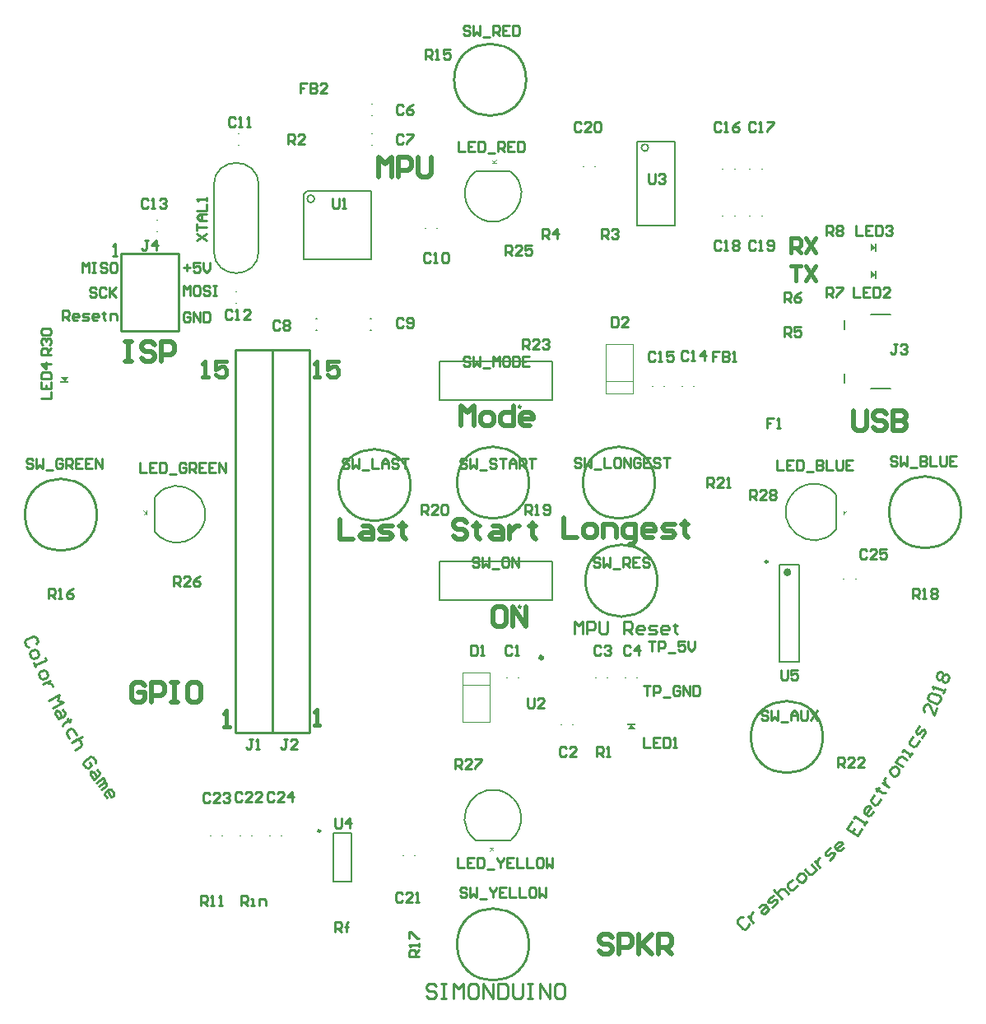
<source format=gto>
G04 Layer_Color=15132400*
%FSAX24Y24*%
%MOIN*%
G70*
G01*
G75*
%ADD29C,0.0100*%
%ADD30C,0.0200*%
%ADD31C,0.0150*%
%ADD44C,0.0080*%
%ADD45C,0.0079*%
%ADD46C,0.0098*%
%ADD47C,0.0157*%
%ADD48C,0.0060*%
%ADD49C,0.0039*%
%ADD50R,0.0080X0.0355*%
%ADD51R,0.0355X0.0080*%
G36*
X068792Y014375D02*
X068697D01*
X068792Y014279D01*
Y014245D01*
X068714Y014325D01*
X068600Y014241D01*
Y014275D01*
X068697Y014343D01*
X068667Y014375D01*
X068600D01*
Y014400D01*
X068792D01*
Y014375D01*
D02*
G37*
G36*
X068900Y042225D02*
X068803Y042157D01*
X068833Y042126D01*
X068900D01*
Y042100D01*
X068708D01*
Y042126D01*
X068803D01*
X068708Y042221D01*
Y042256D01*
X068786Y042175D01*
X068900Y042259D01*
Y042225D01*
D02*
G37*
G36*
X054750Y027858D02*
X054724D01*
Y027953D01*
X054629Y027858D01*
X054594D01*
X054675Y027936D01*
X054591Y028050D01*
X054625D01*
X054693Y027953D01*
X054724Y027984D01*
Y028050D01*
X054750D01*
Y027858D01*
D02*
G37*
G36*
X083025Y027964D02*
X083109Y027850D01*
X083075D01*
X083007Y027947D01*
X082976Y027917D01*
Y027850D01*
X082950D01*
Y028042D01*
X082976D01*
Y027947D01*
X083071Y028042D01*
X083105D01*
X083025Y027964D01*
D02*
G37*
G36*
X084247Y037600D02*
X084047Y037450D01*
Y037750D01*
X084247Y037600D01*
D02*
G37*
G36*
Y038700D02*
X084047Y038550D01*
Y038850D01*
X084247Y038700D01*
D02*
G37*
G36*
X074500Y019197D02*
X074200D01*
X074350Y019397D01*
X074500Y019197D01*
D02*
G37*
G36*
X051400Y033253D02*
X051250Y033453D01*
X051550D01*
X051400Y033253D01*
D02*
G37*
D29*
X070091Y045500D02*
G03*
X070091Y045500I-001457J000000D01*
G01*
X052707Y027884D02*
G03*
X052707Y027884I-001457J000000D01*
G01*
X087707Y027984D02*
G03*
X087707Y027984I-001457J000000D01*
G01*
X070207Y010484D02*
G03*
X070207Y010484I-001457J000000D01*
G01*
X075407Y025216D02*
G03*
X075407Y025216I-001457J000000D01*
G01*
X065407Y029084D02*
G03*
X065407Y029084I-001457J000000D01*
G01*
X070207Y029184D02*
G03*
X070207Y029184I-001457J000000D01*
G01*
X075307D02*
G03*
X075307Y029184I-001457J000000D01*
G01*
X082107Y018884D02*
G03*
X082107Y018884I-001457J000000D01*
G01*
X053669Y035325D02*
X056031D01*
Y038475D01*
X053669D02*
X056031D01*
X053669Y035325D02*
Y038475D01*
X058300Y019050D02*
Y034550D01*
X059800D01*
Y019050D02*
Y034550D01*
X058300Y019050D02*
X059800D01*
Y034550D01*
X061300D01*
Y019050D02*
Y034550D01*
X059800Y019050D02*
X061300D01*
X069517Y022533D02*
X069450Y022600D01*
X069317D01*
X069250Y022533D01*
Y022267D01*
X069317Y022200D01*
X069450D01*
X069517Y022267D01*
X069650Y022200D02*
X069783D01*
X069717D01*
Y022600D01*
X069650Y022533D01*
X071717Y018433D02*
X071650Y018500D01*
X071517D01*
X071450Y018433D01*
Y018167D01*
X071517Y018100D01*
X071650D01*
X071717Y018167D01*
X072116Y018100D02*
X071850D01*
X072116Y018367D01*
Y018433D01*
X072050Y018500D01*
X071917D01*
X071850Y018433D01*
X073117Y022533D02*
X073050Y022600D01*
X072917D01*
X072850Y022533D01*
Y022267D01*
X072917Y022200D01*
X073050D01*
X073117Y022267D01*
X073250Y022533D02*
X073317Y022600D01*
X073450D01*
X073516Y022533D01*
Y022467D01*
X073450Y022400D01*
X073383D01*
X073450D01*
X073516Y022333D01*
Y022267D01*
X073450Y022200D01*
X073317D01*
X073250Y022267D01*
X074317Y022533D02*
X074250Y022600D01*
X074117D01*
X074050Y022533D01*
Y022267D01*
X074117Y022200D01*
X074250D01*
X074317Y022267D01*
X074650Y022200D02*
Y022600D01*
X074450Y022400D01*
X074716D01*
X065117Y044433D02*
X065050Y044500D01*
X064917D01*
X064850Y044433D01*
Y044167D01*
X064917Y044100D01*
X065050D01*
X065117Y044167D01*
X065516Y044500D02*
X065383Y044433D01*
X065250Y044300D01*
Y044167D01*
X065317Y044100D01*
X065450D01*
X065516Y044167D01*
Y044233D01*
X065450Y044300D01*
X065250D01*
X065117Y043233D02*
X065050Y043300D01*
X064917D01*
X064850Y043233D01*
Y042967D01*
X064917Y042900D01*
X065050D01*
X065117Y042967D01*
X065250Y043300D02*
X065516D01*
Y043233D01*
X065250Y042967D01*
Y042900D01*
X060117Y035683D02*
X060050Y035750D01*
X059917D01*
X059850Y035683D01*
Y035417D01*
X059917Y035350D01*
X060050D01*
X060117Y035417D01*
X060250Y035683D02*
X060317Y035750D01*
X060450D01*
X060516Y035683D01*
Y035617D01*
X060450Y035550D01*
X060516Y035483D01*
Y035417D01*
X060450Y035350D01*
X060317D01*
X060250Y035417D01*
Y035483D01*
X060317Y035550D01*
X060250Y035617D01*
Y035683D01*
X060317Y035550D02*
X060450D01*
X065117Y035783D02*
X065050Y035850D01*
X064917D01*
X064850Y035783D01*
Y035517D01*
X064917Y035450D01*
X065050D01*
X065117Y035517D01*
X065250D02*
X065317Y035450D01*
X065450D01*
X065516Y035517D01*
Y035783D01*
X065450Y035850D01*
X065317D01*
X065250Y035783D01*
Y035717D01*
X065317Y035650D01*
X065516D01*
X066217Y038433D02*
X066150Y038500D01*
X066017D01*
X065950Y038433D01*
Y038167D01*
X066017Y038100D01*
X066150D01*
X066217Y038167D01*
X066350Y038100D02*
X066483D01*
X066417D01*
Y038500D01*
X066350Y038433D01*
X066683D02*
X066750Y038500D01*
X066883D01*
X066950Y038433D01*
Y038167D01*
X066883Y038100D01*
X066750D01*
X066683Y038167D01*
Y038433D01*
X058317Y043933D02*
X058250Y044000D01*
X058117D01*
X058050Y043933D01*
Y043667D01*
X058117Y043600D01*
X058250D01*
X058317Y043667D01*
X058450Y043600D02*
X058583D01*
X058517D01*
Y044000D01*
X058450Y043933D01*
X058783Y043600D02*
X058916D01*
X058850D01*
Y044000D01*
X058783Y043933D01*
X058167Y036133D02*
X058100Y036200D01*
X057967D01*
X057900Y036133D01*
Y035867D01*
X057967Y035800D01*
X058100D01*
X058167Y035867D01*
X058300Y035800D02*
X058433D01*
X058367D01*
Y036200D01*
X058300Y036133D01*
X058900Y035800D02*
X058633D01*
X058900Y036067D01*
Y036133D01*
X058833Y036200D01*
X058700D01*
X058633Y036133D01*
X054797Y040613D02*
X054730Y040680D01*
X054597D01*
X054530Y040613D01*
Y040347D01*
X054597Y040280D01*
X054730D01*
X054797Y040347D01*
X054930Y040280D02*
X055063D01*
X054997D01*
Y040680D01*
X054930Y040613D01*
X055263D02*
X055330Y040680D01*
X055463D01*
X055530Y040613D01*
Y040547D01*
X055463Y040480D01*
X055396D01*
X055463D01*
X055530Y040413D01*
Y040347D01*
X055463Y040280D01*
X055330D01*
X055263Y040347D01*
X076637Y034453D02*
X076570Y034520D01*
X076437D01*
X076370Y034453D01*
Y034187D01*
X076437Y034120D01*
X076570D01*
X076637Y034187D01*
X076770Y034120D02*
X076903D01*
X076837D01*
Y034520D01*
X076770Y034453D01*
X077303Y034120D02*
Y034520D01*
X077103Y034320D01*
X077370D01*
X075317Y034433D02*
X075250Y034500D01*
X075117D01*
X075050Y034433D01*
Y034167D01*
X075117Y034100D01*
X075250D01*
X075317Y034167D01*
X075450Y034100D02*
X075583D01*
X075517D01*
Y034500D01*
X075450Y034433D01*
X076050Y034500D02*
X075783D01*
Y034300D01*
X075916Y034367D01*
X075983D01*
X076050Y034300D01*
Y034167D01*
X075983Y034100D01*
X075850D01*
X075783Y034167D01*
X077967Y043733D02*
X077900Y043800D01*
X077767D01*
X077700Y043733D01*
Y043467D01*
X077767Y043400D01*
X077900D01*
X077967Y043467D01*
X078100Y043400D02*
X078233D01*
X078167D01*
Y043800D01*
X078100Y043733D01*
X078700Y043800D02*
X078566Y043733D01*
X078433Y043600D01*
Y043467D01*
X078500Y043400D01*
X078633D01*
X078700Y043467D01*
Y043533D01*
X078633Y043600D01*
X078433D01*
X079367Y043733D02*
X079300Y043800D01*
X079167D01*
X079100Y043733D01*
Y043467D01*
X079167Y043400D01*
X079300D01*
X079367Y043467D01*
X079500Y043400D02*
X079633D01*
X079567D01*
Y043800D01*
X079500Y043733D01*
X079833Y043800D02*
X080100D01*
Y043733D01*
X079833Y043467D01*
Y043400D01*
X077967Y038933D02*
X077900Y039000D01*
X077767D01*
X077700Y038933D01*
Y038667D01*
X077767Y038600D01*
X077900D01*
X077967Y038667D01*
X078100Y038600D02*
X078233D01*
X078167D01*
Y039000D01*
X078100Y038933D01*
X078433D02*
X078500Y039000D01*
X078633D01*
X078700Y038933D01*
Y038867D01*
X078633Y038800D01*
X078700Y038733D01*
Y038667D01*
X078633Y038600D01*
X078500D01*
X078433Y038667D01*
Y038733D01*
X078500Y038800D01*
X078433Y038867D01*
Y038933D01*
X078500Y038800D02*
X078633D01*
X079367Y038933D02*
X079300Y039000D01*
X079167D01*
X079100Y038933D01*
Y038667D01*
X079167Y038600D01*
X079300D01*
X079367Y038667D01*
X079500Y038600D02*
X079633D01*
X079567D01*
Y039000D01*
X079500Y038933D01*
X079833Y038667D02*
X079900Y038600D01*
X080033D01*
X080100Y038667D01*
Y038933D01*
X080033Y039000D01*
X079900D01*
X079833Y038933D01*
Y038867D01*
X079900Y038800D01*
X080100D01*
X072317Y043733D02*
X072250Y043800D01*
X072117D01*
X072050Y043733D01*
Y043467D01*
X072117Y043400D01*
X072250D01*
X072317Y043467D01*
X072716Y043400D02*
X072450D01*
X072716Y043667D01*
Y043733D01*
X072650Y043800D01*
X072517D01*
X072450Y043733D01*
X072850D02*
X072916Y043800D01*
X073050D01*
X073116Y043733D01*
Y043467D01*
X073050Y043400D01*
X072916D01*
X072850Y043467D01*
Y043733D01*
X065067Y012533D02*
X065000Y012600D01*
X064867D01*
X064800Y012533D01*
Y012267D01*
X064867Y012200D01*
X065000D01*
X065067Y012267D01*
X065466Y012200D02*
X065200D01*
X065466Y012467D01*
Y012533D01*
X065400Y012600D01*
X065267D01*
X065200Y012533D01*
X065600Y012200D02*
X065733D01*
X065666D01*
Y012600D01*
X065600Y012533D01*
X058567Y016583D02*
X058500Y016650D01*
X058367D01*
X058300Y016583D01*
Y016317D01*
X058367Y016250D01*
X058500D01*
X058567Y016317D01*
X058966Y016250D02*
X058700D01*
X058966Y016517D01*
Y016583D01*
X058900Y016650D01*
X058767D01*
X058700Y016583D01*
X059366Y016250D02*
X059100D01*
X059366Y016517D01*
Y016583D01*
X059300Y016650D01*
X059166D01*
X059100Y016583D01*
X057267Y016573D02*
X057200Y016640D01*
X057067D01*
X057000Y016573D01*
Y016307D01*
X057067Y016240D01*
X057200D01*
X057267Y016307D01*
X057666Y016240D02*
X057400D01*
X057666Y016507D01*
Y016573D01*
X057600Y016640D01*
X057467D01*
X057400Y016573D01*
X057800D02*
X057866Y016640D01*
X058000D01*
X058066Y016573D01*
Y016507D01*
X058000Y016440D01*
X057933D01*
X058000D01*
X058066Y016373D01*
Y016307D01*
X058000Y016240D01*
X057866D01*
X057800Y016307D01*
X059867Y016583D02*
X059800Y016650D01*
X059667D01*
X059600Y016583D01*
Y016317D01*
X059667Y016250D01*
X059800D01*
X059867Y016317D01*
X060266Y016250D02*
X060000D01*
X060266Y016517D01*
Y016583D01*
X060200Y016650D01*
X060067D01*
X060000Y016583D01*
X060600Y016250D02*
Y016650D01*
X060400Y016450D01*
X060666D01*
X083867Y026433D02*
X083800Y026500D01*
X083667D01*
X083600Y026433D01*
Y026167D01*
X083667Y026100D01*
X083800D01*
X083867Y026167D01*
X084266Y026100D02*
X084000D01*
X084266Y026367D01*
Y026433D01*
X084200Y026500D01*
X084067D01*
X084000Y026433D01*
X084666Y026500D02*
X084400D01*
Y026300D01*
X084533Y026367D01*
X084600D01*
X084666Y026300D01*
Y026167D01*
X084600Y026100D01*
X084466D01*
X084400Y026167D01*
X067850Y022600D02*
Y022200D01*
X068050D01*
X068117Y022267D01*
Y022533D01*
X068050Y022600D01*
X067850D01*
X068250Y022200D02*
X068383D01*
X068317D01*
Y022600D01*
X068250Y022533D01*
X073550Y035900D02*
Y035500D01*
X073750D01*
X073817Y035567D01*
Y035833D01*
X073750Y035900D01*
X073550D01*
X074216Y035500D02*
X073950D01*
X074216Y035767D01*
Y035833D01*
X074150Y035900D01*
X074017D01*
X073950Y035833D01*
X080117Y031800D02*
X079850D01*
Y031600D01*
X079983D01*
X079850D01*
Y031400D01*
X080250D02*
X080383D01*
X080317D01*
Y031800D01*
X080250Y031733D01*
X077917Y034500D02*
X077650D01*
Y034300D01*
X077783D01*
X077650D01*
Y034100D01*
X078050Y034500D02*
Y034100D01*
X078250D01*
X078316Y034167D01*
Y034233D01*
X078250Y034300D01*
X078050D01*
X078250D01*
X078316Y034367D01*
Y034433D01*
X078250Y034500D01*
X078050D01*
X078450Y034100D02*
X078583D01*
X078516D01*
Y034500D01*
X078450Y034433D01*
X061217Y045350D02*
X060950D01*
Y045150D01*
X061083D01*
X060950D01*
Y044950D01*
X061350Y045350D02*
Y044950D01*
X061550D01*
X061616Y045017D01*
Y045083D01*
X061550Y045150D01*
X061350D01*
X061550D01*
X061616Y045217D01*
Y045283D01*
X061550Y045350D01*
X061350D01*
X062016Y044950D02*
X061750D01*
X062016Y045217D01*
Y045283D01*
X061950Y045350D01*
X061816D01*
X061750Y045283D01*
X059017Y018800D02*
X058883D01*
X058950D01*
Y018467D01*
X058883Y018400D01*
X058817D01*
X058750Y018467D01*
X059150Y018400D02*
X059283D01*
X059217D01*
Y018800D01*
X059150Y018733D01*
X060417Y018800D02*
X060283D01*
X060350D01*
Y018467D01*
X060283Y018400D01*
X060217D01*
X060150Y018467D01*
X060816Y018400D02*
X060550D01*
X060816Y018667D01*
Y018733D01*
X060750Y018800D01*
X060617D01*
X060550Y018733D01*
X085117Y034800D02*
X084983D01*
X085050D01*
Y034467D01*
X084983Y034400D01*
X084917D01*
X084850Y034467D01*
X085250Y034733D02*
X085317Y034800D01*
X085450D01*
X085516Y034733D01*
Y034667D01*
X085450Y034600D01*
X085383D01*
X085450D01*
X085516Y034533D01*
Y034467D01*
X085450Y034400D01*
X085317D01*
X085250Y034467D01*
X054767Y039000D02*
X054633D01*
X054700D01*
Y038667D01*
X054633Y038600D01*
X054567D01*
X054500Y038667D01*
X055100Y038600D02*
Y039000D01*
X054900Y038800D01*
X055166D01*
X074850Y018850D02*
Y018450D01*
X075117D01*
X075516Y018850D02*
X075250D01*
Y018450D01*
X075516D01*
X075250Y018650D02*
X075383D01*
X075650Y018850D02*
Y018450D01*
X075850D01*
X075916Y018517D01*
Y018783D01*
X075850Y018850D01*
X075650D01*
X076050Y018450D02*
X076183D01*
X076116D01*
Y018850D01*
X076050Y018783D01*
X083350Y037100D02*
Y036700D01*
X083617D01*
X084016Y037100D02*
X083750D01*
Y036700D01*
X084016D01*
X083750Y036900D02*
X083883D01*
X084150Y037100D02*
Y036700D01*
X084350D01*
X084416Y036767D01*
Y037033D01*
X084350Y037100D01*
X084150D01*
X084816Y036700D02*
X084550D01*
X084816Y036967D01*
Y037033D01*
X084750Y037100D01*
X084616D01*
X084550Y037033D01*
X083450Y039600D02*
Y039200D01*
X083717D01*
X084116Y039600D02*
X083850D01*
Y039200D01*
X084116D01*
X083850Y039400D02*
X083983D01*
X084250Y039600D02*
Y039200D01*
X084450D01*
X084516Y039267D01*
Y039533D01*
X084450Y039600D01*
X084250D01*
X084650Y039533D02*
X084716Y039600D01*
X084850D01*
X084916Y039533D01*
Y039467D01*
X084850Y039400D01*
X084783D01*
X084850D01*
X084916Y039333D01*
Y039267D01*
X084850Y039200D01*
X084716D01*
X084650Y039267D01*
X080250Y030100D02*
Y029700D01*
X080517D01*
X080916Y030100D02*
X080650D01*
Y029700D01*
X080916D01*
X080650Y029900D02*
X080783D01*
X081050Y030100D02*
Y029700D01*
X081250D01*
X081316Y029767D01*
Y030033D01*
X081250Y030100D01*
X081050D01*
X081450Y029633D02*
X081716D01*
X081849Y030100D02*
Y029700D01*
X082049D01*
X082116Y029767D01*
Y029833D01*
X082049Y029900D01*
X081849D01*
X082049D01*
X082116Y029967D01*
Y030033D01*
X082049Y030100D01*
X081849D01*
X082249D02*
Y029700D01*
X082516D01*
X082649Y030100D02*
Y029767D01*
X082716Y029700D01*
X082849D01*
X082916Y029767D01*
Y030100D01*
X083316D02*
X083049D01*
Y029700D01*
X083316D01*
X083049Y029900D02*
X083182D01*
X054450Y030000D02*
Y029600D01*
X054717D01*
X055116Y030000D02*
X054850D01*
Y029600D01*
X055116D01*
X054850Y029800D02*
X054983D01*
X055250Y030000D02*
Y029600D01*
X055450D01*
X055516Y029667D01*
Y029933D01*
X055450Y030000D01*
X055250D01*
X055650Y029533D02*
X055916D01*
X056316Y029933D02*
X056249Y030000D01*
X056116D01*
X056049Y029933D01*
Y029667D01*
X056116Y029600D01*
X056249D01*
X056316Y029667D01*
Y029800D01*
X056183D01*
X056449Y029600D02*
Y030000D01*
X056649D01*
X056716Y029933D01*
Y029800D01*
X056649Y029733D01*
X056449D01*
X056583D02*
X056716Y029600D01*
X057116Y030000D02*
X056849D01*
Y029600D01*
X057116D01*
X056849Y029800D02*
X056983D01*
X057516Y030000D02*
X057249D01*
Y029600D01*
X057516D01*
X057249Y029800D02*
X057382D01*
X057649Y029600D02*
Y030000D01*
X057916Y029600D01*
Y030000D01*
X067350Y043000D02*
Y042600D01*
X067617D01*
X068016Y043000D02*
X067750D01*
Y042600D01*
X068016D01*
X067750Y042800D02*
X067883D01*
X068150Y043000D02*
Y042600D01*
X068350D01*
X068416Y042667D01*
Y042933D01*
X068350Y043000D01*
X068150D01*
X068550Y042533D02*
X068816D01*
X068949Y042600D02*
Y043000D01*
X069149D01*
X069216Y042933D01*
Y042800D01*
X069149Y042733D01*
X068949D01*
X069083D02*
X069216Y042600D01*
X069616Y043000D02*
X069349D01*
Y042600D01*
X069616D01*
X069349Y042800D02*
X069483D01*
X069749Y043000D02*
Y042600D01*
X069949D01*
X070016Y042667D01*
Y042933D01*
X069949Y043000D01*
X069749D01*
X067300Y014000D02*
Y013600D01*
X067567D01*
X067966Y014000D02*
X067700D01*
Y013600D01*
X067966D01*
X067700Y013800D02*
X067833D01*
X068100Y014000D02*
Y013600D01*
X068300D01*
X068366Y013667D01*
Y013933D01*
X068300Y014000D01*
X068100D01*
X068500Y013533D02*
X068766D01*
X068899Y014000D02*
Y013933D01*
X069033Y013800D01*
X069166Y013933D01*
Y014000D01*
X069033Y013800D02*
Y013600D01*
X069566Y014000D02*
X069299D01*
Y013600D01*
X069566D01*
X069299Y013800D02*
X069433D01*
X069699Y014000D02*
Y013600D01*
X069966D01*
X070099Y014000D02*
Y013600D01*
X070366D01*
X070699Y014000D02*
X070566D01*
X070499Y013933D01*
Y013667D01*
X070566Y013600D01*
X070699D01*
X070766Y013667D01*
Y013933D01*
X070699Y014000D01*
X070899D02*
Y013600D01*
X071032Y013733D01*
X071165Y013600D01*
Y014000D01*
X072950Y018100D02*
Y018500D01*
X073150D01*
X073217Y018433D01*
Y018300D01*
X073150Y018233D01*
X072950D01*
X073083D02*
X073217Y018100D01*
X073350D02*
X073483D01*
X073417D01*
Y018500D01*
X073350Y018433D01*
X060450Y042900D02*
Y043300D01*
X060650D01*
X060717Y043233D01*
Y043100D01*
X060650Y043033D01*
X060450D01*
X060583D02*
X060717Y042900D01*
X061116D02*
X060850D01*
X061116Y043167D01*
Y043233D01*
X061050Y043300D01*
X060917D01*
X060850Y043233D01*
X073150Y039050D02*
Y039450D01*
X073350D01*
X073417Y039383D01*
Y039250D01*
X073350Y039183D01*
X073150D01*
X073283D02*
X073417Y039050D01*
X073550Y039383D02*
X073617Y039450D01*
X073750D01*
X073816Y039383D01*
Y039317D01*
X073750Y039250D01*
X073683D01*
X073750D01*
X073816Y039183D01*
Y039117D01*
X073750Y039050D01*
X073617D01*
X073550Y039117D01*
X070750Y039050D02*
Y039450D01*
X070950D01*
X071017Y039383D01*
Y039250D01*
X070950Y039183D01*
X070750D01*
X070883D02*
X071017Y039050D01*
X071350D02*
Y039450D01*
X071150Y039250D01*
X071416D01*
X080550Y035100D02*
Y035500D01*
X080750D01*
X080817Y035433D01*
Y035300D01*
X080750Y035233D01*
X080550D01*
X080683D02*
X080817Y035100D01*
X081216Y035500D02*
X080950D01*
Y035300D01*
X081083Y035367D01*
X081150D01*
X081216Y035300D01*
Y035167D01*
X081150Y035100D01*
X081017D01*
X080950Y035167D01*
X080550Y036500D02*
Y036900D01*
X080750D01*
X080817Y036833D01*
Y036700D01*
X080750Y036633D01*
X080550D01*
X080683D02*
X080817Y036500D01*
X081216Y036900D02*
X081083Y036833D01*
X080950Y036700D01*
Y036567D01*
X081017Y036500D01*
X081150D01*
X081216Y036567D01*
Y036633D01*
X081150Y036700D01*
X080950D01*
X082250Y036700D02*
Y037100D01*
X082450D01*
X082517Y037033D01*
Y036900D01*
X082450Y036833D01*
X082250D01*
X082383D02*
X082517Y036700D01*
X082650Y037100D02*
X082916D01*
Y037033D01*
X082650Y036767D01*
Y036700D01*
X082250Y039200D02*
Y039600D01*
X082450D01*
X082517Y039533D01*
Y039400D01*
X082450Y039333D01*
X082250D01*
X082383D02*
X082517Y039200D01*
X082650Y039533D02*
X082717Y039600D01*
X082850D01*
X082916Y039533D01*
Y039467D01*
X082850Y039400D01*
X082916Y039333D01*
Y039267D01*
X082850Y039200D01*
X082717D01*
X082650Y039267D01*
Y039333D01*
X082717Y039400D01*
X082650Y039467D01*
Y039533D01*
X082717Y039400D02*
X082850D01*
X056900Y012050D02*
Y012450D01*
X057100D01*
X057167Y012383D01*
Y012250D01*
X057100Y012183D01*
X056900D01*
X057033D02*
X057167Y012050D01*
X057300D02*
X057433D01*
X057367D01*
Y012450D01*
X057300Y012383D01*
X057633Y012050D02*
X057766D01*
X057700D01*
Y012450D01*
X057633Y012383D01*
X066010Y046340D02*
Y046740D01*
X066210D01*
X066277Y046673D01*
Y046540D01*
X066210Y046473D01*
X066010D01*
X066143D02*
X066277Y046340D01*
X066410D02*
X066543D01*
X066477D01*
Y046740D01*
X066410Y046673D01*
X067010Y046740D02*
X066743D01*
Y046540D01*
X066876Y046607D01*
X066943D01*
X067010Y046540D01*
Y046407D01*
X066943Y046340D01*
X066810D01*
X066743Y046407D01*
X050750Y024500D02*
Y024900D01*
X050950D01*
X051017Y024833D01*
Y024700D01*
X050950Y024633D01*
X050750D01*
X050883D02*
X051017Y024500D01*
X051150D02*
X051283D01*
X051217D01*
Y024900D01*
X051150Y024833D01*
X051750Y024900D02*
X051616Y024833D01*
X051483Y024700D01*
Y024567D01*
X051550Y024500D01*
X051683D01*
X051750Y024567D01*
Y024633D01*
X051683Y024700D01*
X051483D01*
X065750Y010000D02*
X065350D01*
Y010200D01*
X065417Y010267D01*
X065550D01*
X065617Y010200D01*
Y010000D01*
Y010133D02*
X065750Y010267D01*
Y010400D02*
Y010533D01*
Y010467D01*
X065350D01*
X065417Y010400D01*
X065350Y010733D02*
Y011000D01*
X065417D01*
X065683Y010733D01*
X065750D01*
X085750Y024500D02*
Y024900D01*
X085950D01*
X086017Y024833D01*
Y024700D01*
X085950Y024633D01*
X085750D01*
X085883D02*
X086017Y024500D01*
X086150D02*
X086283D01*
X086217D01*
Y024900D01*
X086150Y024833D01*
X086483D02*
X086550Y024900D01*
X086683D01*
X086750Y024833D01*
Y024767D01*
X086683Y024700D01*
X086750Y024633D01*
Y024567D01*
X086683Y024500D01*
X086550D01*
X086483Y024567D01*
Y024633D01*
X086550Y024700D01*
X086483Y024767D01*
Y024833D01*
X086550Y024700D02*
X086683D01*
X070050Y027900D02*
Y028300D01*
X070250D01*
X070317Y028233D01*
Y028100D01*
X070250Y028033D01*
X070050D01*
X070183D02*
X070317Y027900D01*
X070450D02*
X070583D01*
X070517D01*
Y028300D01*
X070450Y028233D01*
X070783Y027967D02*
X070850Y027900D01*
X070983D01*
X071050Y027967D01*
Y028233D01*
X070983Y028300D01*
X070850D01*
X070783Y028233D01*
Y028167D01*
X070850Y028100D01*
X071050D01*
X065850Y027900D02*
Y028300D01*
X066050D01*
X066117Y028233D01*
Y028100D01*
X066050Y028033D01*
X065850D01*
X065983D02*
X066117Y027900D01*
X066516D02*
X066250D01*
X066516Y028167D01*
Y028233D01*
X066450Y028300D01*
X066317D01*
X066250Y028233D01*
X066650D02*
X066716Y028300D01*
X066850D01*
X066916Y028233D01*
Y027967D01*
X066850Y027900D01*
X066716D01*
X066650Y027967D01*
Y028233D01*
X077400Y029000D02*
Y029400D01*
X077600D01*
X077667Y029333D01*
Y029200D01*
X077600Y029133D01*
X077400D01*
X077533D02*
X077667Y029000D01*
X078066D02*
X077800D01*
X078066Y029267D01*
Y029333D01*
X078000Y029400D01*
X077867D01*
X077800Y029333D01*
X078200Y029000D02*
X078333D01*
X078266D01*
Y029400D01*
X078200Y029333D01*
X082700Y017650D02*
Y018050D01*
X082900D01*
X082967Y017983D01*
Y017850D01*
X082900Y017783D01*
X082700D01*
X082833D02*
X082967Y017650D01*
X083366D02*
X083100D01*
X083366Y017917D01*
Y017983D01*
X083300Y018050D01*
X083167D01*
X083100Y017983D01*
X083766Y017650D02*
X083500D01*
X083766Y017917D01*
Y017983D01*
X083700Y018050D01*
X083566D01*
X083500Y017983D01*
X069950Y034600D02*
Y035000D01*
X070150D01*
X070217Y034933D01*
Y034800D01*
X070150Y034733D01*
X069950D01*
X070083D02*
X070217Y034600D01*
X070616D02*
X070350D01*
X070616Y034867D01*
Y034933D01*
X070550Y035000D01*
X070417D01*
X070350Y034933D01*
X070750D02*
X070816Y035000D01*
X070950D01*
X071016Y034933D01*
Y034867D01*
X070950Y034800D01*
X070883D01*
X070950D01*
X071016Y034733D01*
Y034667D01*
X070950Y034600D01*
X070816D01*
X070750Y034667D01*
X069250Y038400D02*
Y038800D01*
X069450D01*
X069517Y038733D01*
Y038600D01*
X069450Y038533D01*
X069250D01*
X069383D02*
X069517Y038400D01*
X069916D02*
X069650D01*
X069916Y038667D01*
Y038733D01*
X069850Y038800D01*
X069717D01*
X069650Y038733D01*
X070316Y038800D02*
X070050D01*
Y038600D01*
X070183Y038667D01*
X070250D01*
X070316Y038600D01*
Y038467D01*
X070250Y038400D01*
X070116D01*
X070050Y038467D01*
X055800Y025000D02*
Y025400D01*
X056000D01*
X056067Y025333D01*
Y025200D01*
X056000Y025133D01*
X055800D01*
X055933D02*
X056067Y025000D01*
X056466D02*
X056200D01*
X056466Y025267D01*
Y025333D01*
X056400Y025400D01*
X056267D01*
X056200Y025333D01*
X056866Y025400D02*
X056733Y025333D01*
X056600Y025200D01*
Y025067D01*
X056666Y025000D01*
X056800D01*
X056866Y025067D01*
Y025133D01*
X056800Y025200D01*
X056600D01*
X067200Y017600D02*
Y018000D01*
X067400D01*
X067467Y017933D01*
Y017800D01*
X067400Y017733D01*
X067200D01*
X067333D02*
X067467Y017600D01*
X067866D02*
X067600D01*
X067866Y017867D01*
Y017933D01*
X067800Y018000D01*
X067667D01*
X067600Y017933D01*
X068000Y018000D02*
X068266D01*
Y017933D01*
X068000Y017667D01*
Y017600D01*
X079150Y028500D02*
Y028900D01*
X079350D01*
X079417Y028833D01*
Y028700D01*
X079350Y028633D01*
X079150D01*
X079283D02*
X079417Y028500D01*
X079816D02*
X079550D01*
X079816Y028767D01*
Y028833D01*
X079750Y028900D01*
X079617D01*
X079550Y028833D01*
X079950D02*
X080016Y028900D01*
X080150D01*
X080216Y028833D01*
Y028767D01*
X080150Y028700D01*
X080216Y028633D01*
Y028567D01*
X080150Y028500D01*
X080016D01*
X079950Y028567D01*
Y028633D01*
X080016Y028700D01*
X079950Y028767D01*
Y028833D01*
X080016Y028700D02*
X080150D01*
X062350Y011000D02*
Y011400D01*
X062550D01*
X062617Y011333D01*
Y011200D01*
X062550Y011133D01*
X062350D01*
X062483D02*
X062617Y011000D01*
X062817D02*
Y011333D01*
Y011200D01*
X062750D01*
X062883D01*
X062817D01*
Y011333D01*
X062883Y011400D01*
X058550Y012050D02*
Y012450D01*
X058750D01*
X058817Y012383D01*
Y012250D01*
X058750Y012183D01*
X058550D01*
X058683D02*
X058817Y012050D01*
X058950D02*
X059083D01*
X059017D01*
Y012317D01*
X058950D01*
X059283Y012050D02*
Y012317D01*
X059483D01*
X059550Y012250D01*
Y012050D01*
X073067Y026083D02*
X073000Y026150D01*
X072867D01*
X072800Y026083D01*
Y026017D01*
X072867Y025950D01*
X073000D01*
X073067Y025883D01*
Y025817D01*
X073000Y025750D01*
X072867D01*
X072800Y025817D01*
X073200Y026150D02*
Y025750D01*
X073333Y025883D01*
X073466Y025750D01*
Y026150D01*
X073600Y025683D02*
X073866D01*
X074000Y025750D02*
Y026150D01*
X074200D01*
X074266Y026083D01*
Y025950D01*
X074200Y025883D01*
X074000D01*
X074133D02*
X074266Y025750D01*
X074666Y026150D02*
X074399D01*
Y025750D01*
X074666D01*
X074399Y025950D02*
X074533D01*
X075066Y026083D02*
X074999Y026150D01*
X074866D01*
X074799Y026083D01*
Y026017D01*
X074866Y025950D01*
X074999D01*
X075066Y025883D01*
Y025817D01*
X074999Y025750D01*
X074866D01*
X074799Y025817D01*
X068167Y026083D02*
X068100Y026150D01*
X067967D01*
X067900Y026083D01*
Y026017D01*
X067967Y025950D01*
X068100D01*
X068167Y025883D01*
Y025817D01*
X068100Y025750D01*
X067967D01*
X067900Y025817D01*
X068300Y026150D02*
Y025750D01*
X068433Y025883D01*
X068566Y025750D01*
Y026150D01*
X068700Y025683D02*
X068966D01*
X069300Y026150D02*
X069166D01*
X069100Y026083D01*
Y025817D01*
X069166Y025750D01*
X069300D01*
X069366Y025817D01*
Y026083D01*
X069300Y026150D01*
X069499Y025750D02*
Y026150D01*
X069766Y025750D01*
Y026150D01*
X067817Y034233D02*
X067750Y034300D01*
X067617D01*
X067550Y034233D01*
Y034167D01*
X067617Y034100D01*
X067750D01*
X067817Y034033D01*
Y033967D01*
X067750Y033900D01*
X067617D01*
X067550Y033967D01*
X067950Y034300D02*
Y033900D01*
X068083Y034033D01*
X068216Y033900D01*
Y034300D01*
X068350Y033833D02*
X068616D01*
X068750Y033900D02*
Y034300D01*
X068883Y034167D01*
X069016Y034300D01*
Y033900D01*
X069349Y034300D02*
X069216D01*
X069149Y034233D01*
Y033967D01*
X069216Y033900D01*
X069349D01*
X069416Y033967D01*
Y034233D01*
X069349Y034300D01*
X069549D02*
Y033900D01*
X069749D01*
X069816Y033967D01*
Y034233D01*
X069749Y034300D01*
X069549D01*
X070216D02*
X069949D01*
Y033900D01*
X070216D01*
X069949Y034100D02*
X070083D01*
X079867Y019883D02*
X079800Y019950D01*
X079667D01*
X079600Y019883D01*
Y019817D01*
X079667Y019750D01*
X079800D01*
X079867Y019683D01*
Y019617D01*
X079800Y019550D01*
X079667D01*
X079600Y019617D01*
X080000Y019950D02*
Y019550D01*
X080133Y019683D01*
X080266Y019550D01*
Y019950D01*
X080400Y019483D02*
X080666D01*
X080800Y019550D02*
Y019817D01*
X080933Y019950D01*
X081066Y019817D01*
Y019550D01*
Y019750D01*
X080800D01*
X081199Y019950D02*
Y019617D01*
X081266Y019550D01*
X081399D01*
X081466Y019617D01*
Y019950D01*
X081599D02*
X081866Y019550D01*
Y019950D02*
X081599Y019550D01*
X085107Y030193D02*
X085040Y030260D01*
X084907D01*
X084840Y030193D01*
Y030127D01*
X084907Y030060D01*
X085040D01*
X085107Y029993D01*
Y029927D01*
X085040Y029860D01*
X084907D01*
X084840Y029927D01*
X085240Y030260D02*
Y029860D01*
X085373Y029993D01*
X085506Y029860D01*
Y030260D01*
X085640Y029793D02*
X085906D01*
X086040Y030260D02*
Y029860D01*
X086240D01*
X086306Y029927D01*
Y029993D01*
X086240Y030060D01*
X086040D01*
X086240D01*
X086306Y030127D01*
Y030193D01*
X086240Y030260D01*
X086040D01*
X086439D02*
Y029860D01*
X086706D01*
X086839Y030260D02*
Y029927D01*
X086906Y029860D01*
X087039D01*
X087106Y029927D01*
Y030260D01*
X087506D02*
X087239D01*
Y029860D01*
X087506D01*
X087239Y030060D02*
X087373D01*
X050107Y030093D02*
X050040Y030160D01*
X049907D01*
X049840Y030093D01*
Y030027D01*
X049907Y029960D01*
X050040D01*
X050107Y029893D01*
Y029827D01*
X050040Y029760D01*
X049907D01*
X049840Y029827D01*
X050240Y030160D02*
Y029760D01*
X050373Y029893D01*
X050506Y029760D01*
Y030160D01*
X050640Y029693D02*
X050906D01*
X051306Y030093D02*
X051240Y030160D01*
X051106D01*
X051040Y030093D01*
Y029827D01*
X051106Y029760D01*
X051240D01*
X051306Y029827D01*
Y029960D01*
X051173D01*
X051439Y029760D02*
Y030160D01*
X051639D01*
X051706Y030093D01*
Y029960D01*
X051639Y029893D01*
X051439D01*
X051573D02*
X051706Y029760D01*
X052106Y030160D02*
X051839D01*
Y029760D01*
X052106D01*
X051839Y029960D02*
X051973D01*
X052506Y030160D02*
X052239D01*
Y029760D01*
X052506D01*
X052239Y029960D02*
X052373D01*
X052639Y029760D02*
Y030160D01*
X052906Y029760D01*
Y030160D01*
X062917Y030083D02*
X062850Y030150D01*
X062717D01*
X062650Y030083D01*
Y030017D01*
X062717Y029950D01*
X062850D01*
X062917Y029883D01*
Y029817D01*
X062850Y029750D01*
X062717D01*
X062650Y029817D01*
X063050Y030150D02*
Y029750D01*
X063183Y029883D01*
X063316Y029750D01*
Y030150D01*
X063450Y029683D02*
X063716D01*
X063850Y030150D02*
Y029750D01*
X064116D01*
X064249D02*
Y030017D01*
X064383Y030150D01*
X064516Y030017D01*
Y029750D01*
Y029950D01*
X064249D01*
X064916Y030083D02*
X064849Y030150D01*
X064716D01*
X064649Y030083D01*
Y030017D01*
X064716Y029950D01*
X064849D01*
X064916Y029883D01*
Y029817D01*
X064849Y029750D01*
X064716D01*
X064649Y029817D01*
X065049Y030150D02*
X065316D01*
X065183D01*
Y029750D01*
X072317Y030133D02*
X072250Y030200D01*
X072117D01*
X072050Y030133D01*
Y030067D01*
X072117Y030000D01*
X072250D01*
X072317Y029933D01*
Y029867D01*
X072250Y029800D01*
X072117D01*
X072050Y029867D01*
X072450Y030200D02*
Y029800D01*
X072583Y029933D01*
X072716Y029800D01*
Y030200D01*
X072850Y029733D02*
X073116D01*
X073250Y030200D02*
Y029800D01*
X073516D01*
X073849Y030200D02*
X073716D01*
X073649Y030133D01*
Y029867D01*
X073716Y029800D01*
X073849D01*
X073916Y029867D01*
Y030133D01*
X073849Y030200D01*
X074049Y029800D02*
Y030200D01*
X074316Y029800D01*
Y030200D01*
X074716Y030133D02*
X074649Y030200D01*
X074516D01*
X074449Y030133D01*
Y029867D01*
X074516Y029800D01*
X074649D01*
X074716Y029867D01*
Y030000D01*
X074583D01*
X075116Y030200D02*
X074849D01*
Y029800D01*
X075116D01*
X074849Y030000D02*
X074982D01*
X075516Y030133D02*
X075449Y030200D01*
X075316D01*
X075249Y030133D01*
Y030067D01*
X075316Y030000D01*
X075449D01*
X075516Y029933D01*
Y029867D01*
X075449Y029800D01*
X075316D01*
X075249Y029867D01*
X075649Y030200D02*
X075915D01*
X075782D01*
Y029800D01*
X067817Y047633D02*
X067750Y047700D01*
X067617D01*
X067550Y047633D01*
Y047567D01*
X067617Y047500D01*
X067750D01*
X067817Y047433D01*
Y047367D01*
X067750Y047300D01*
X067617D01*
X067550Y047367D01*
X067950Y047700D02*
Y047300D01*
X068083Y047433D01*
X068216Y047300D01*
Y047700D01*
X068350Y047233D02*
X068616D01*
X068750Y047300D02*
Y047700D01*
X068950D01*
X069016Y047633D01*
Y047500D01*
X068950Y047433D01*
X068750D01*
X068883D02*
X069016Y047300D01*
X069416Y047700D02*
X069149D01*
Y047300D01*
X069416D01*
X069149Y047500D02*
X069283D01*
X069549Y047700D02*
Y047300D01*
X069749D01*
X069816Y047367D01*
Y047633D01*
X069749Y047700D01*
X069549D01*
X067667Y030083D02*
X067600Y030150D01*
X067467D01*
X067400Y030083D01*
Y030017D01*
X067467Y029950D01*
X067600D01*
X067667Y029883D01*
Y029817D01*
X067600Y029750D01*
X067467D01*
X067400Y029817D01*
X067800Y030150D02*
Y029750D01*
X067933Y029883D01*
X068066Y029750D01*
Y030150D01*
X068200Y029683D02*
X068466D01*
X068866Y030083D02*
X068800Y030150D01*
X068666D01*
X068600Y030083D01*
Y030017D01*
X068666Y029950D01*
X068800D01*
X068866Y029883D01*
Y029817D01*
X068800Y029750D01*
X068666D01*
X068600Y029817D01*
X068999Y030150D02*
X069266D01*
X069133D01*
Y029750D01*
X069399D02*
Y030017D01*
X069533Y030150D01*
X069666Y030017D01*
Y029750D01*
Y029950D01*
X069399D01*
X069799Y029750D02*
Y030150D01*
X069999D01*
X070066Y030083D01*
Y029950D01*
X069999Y029883D01*
X069799D01*
X069933D02*
X070066Y029750D01*
X070199Y030150D02*
X070466D01*
X070332D01*
Y029750D01*
X067667Y012733D02*
X067600Y012800D01*
X067467D01*
X067400Y012733D01*
Y012667D01*
X067467Y012600D01*
X067600D01*
X067667Y012533D01*
Y012467D01*
X067600Y012400D01*
X067467D01*
X067400Y012467D01*
X067800Y012800D02*
Y012400D01*
X067933Y012533D01*
X068066Y012400D01*
Y012800D01*
X068200Y012333D02*
X068466D01*
X068600Y012800D02*
Y012733D01*
X068733Y012600D01*
X068866Y012733D01*
Y012800D01*
X068733Y012600D02*
Y012400D01*
X069266Y012800D02*
X068999D01*
Y012400D01*
X069266D01*
X068999Y012600D02*
X069133D01*
X069399Y012800D02*
Y012400D01*
X069666D01*
X069799Y012800D02*
Y012400D01*
X070066D01*
X070399Y012800D02*
X070266D01*
X070199Y012733D01*
Y012467D01*
X070266Y012400D01*
X070399D01*
X070466Y012467D01*
Y012733D01*
X070399Y012800D01*
X070599D02*
Y012400D01*
X070732Y012533D01*
X070866Y012400D01*
Y012800D01*
X075050Y022750D02*
X075317D01*
X075183D01*
Y022350D01*
X075450D02*
Y022750D01*
X075650D01*
X075716Y022683D01*
Y022550D01*
X075650Y022483D01*
X075450D01*
X075850Y022283D02*
X076116D01*
X076516Y022750D02*
X076250D01*
Y022550D01*
X076383Y022617D01*
X076450D01*
X076516Y022550D01*
Y022417D01*
X076450Y022350D01*
X076316D01*
X076250Y022417D01*
X076649Y022750D02*
Y022483D01*
X076783Y022350D01*
X076916Y022483D01*
Y022750D01*
X074850Y020950D02*
X075117D01*
X074983D01*
Y020550D01*
X075250D02*
Y020950D01*
X075450D01*
X075516Y020883D01*
Y020750D01*
X075450Y020683D01*
X075250D01*
X075650Y020483D02*
X075916D01*
X076316Y020883D02*
X076250Y020950D01*
X076116D01*
X076050Y020883D01*
Y020617D01*
X076116Y020550D01*
X076250D01*
X076316Y020617D01*
Y020750D01*
X076183D01*
X076449Y020550D02*
Y020950D01*
X076716Y020550D01*
Y020950D01*
X076849D02*
Y020550D01*
X077049D01*
X077116Y020617D01*
Y020883D01*
X077049Y020950D01*
X076849D01*
X062250Y040700D02*
Y040367D01*
X062317Y040300D01*
X062450D01*
X062517Y040367D01*
Y040700D01*
X062650Y040300D02*
X062783D01*
X062717D01*
Y040700D01*
X062650Y040633D01*
X070150Y020450D02*
Y020117D01*
X070217Y020050D01*
X070350D01*
X070417Y020117D01*
Y020450D01*
X070816Y020050D02*
X070550D01*
X070816Y020317D01*
Y020383D01*
X070750Y020450D01*
X070617D01*
X070550Y020383D01*
X075050Y041700D02*
Y041367D01*
X075117Y041300D01*
X075250D01*
X075317Y041367D01*
Y041700D01*
X075450Y041633D02*
X075517Y041700D01*
X075650D01*
X075716Y041633D01*
Y041567D01*
X075650Y041500D01*
X075583D01*
X075650D01*
X075716Y041433D01*
Y041367D01*
X075650Y041300D01*
X075517D01*
X075450Y041367D01*
X062350Y015600D02*
Y015267D01*
X062417Y015200D01*
X062550D01*
X062617Y015267D01*
Y015600D01*
X062950Y015200D02*
Y015600D01*
X062750Y015400D01*
X063016D01*
X080400Y021600D02*
Y021267D01*
X080467Y021200D01*
X080600D01*
X080667Y021267D01*
Y021600D01*
X081066D02*
X080800D01*
Y021400D01*
X080933Y021467D01*
X081000D01*
X081066Y021400D01*
Y021267D01*
X081000Y021200D01*
X080867D01*
X080800Y021267D01*
X056750Y039000D02*
X057150Y039267D01*
X056750D02*
X057150Y039000D01*
X056750Y039400D02*
Y039666D01*
Y039533D01*
X057150D01*
Y039800D02*
X056883D01*
X056750Y039933D01*
X056883Y040066D01*
X057150D01*
X056950D01*
Y039800D01*
X056750Y040200D02*
X057150D01*
Y040466D01*
Y040599D02*
Y040733D01*
Y040666D01*
X056750D01*
X056817Y040599D01*
X050450Y032600D02*
X050850D01*
Y032867D01*
X050450Y033266D02*
Y033000D01*
X050850D01*
Y033266D01*
X050650Y033000D02*
Y033133D01*
X050450Y033400D02*
X050850D01*
Y033600D01*
X050783Y033666D01*
X050517D01*
X050450Y033600D01*
Y033400D01*
X050850Y034000D02*
X050450D01*
X050650Y033800D01*
Y034066D01*
X050850Y034350D02*
X050450D01*
Y034550D01*
X050517Y034617D01*
X050650D01*
X050717Y034550D01*
Y034350D01*
Y034483D02*
X050850Y034617D01*
X050517Y034750D02*
X050450Y034817D01*
Y034950D01*
X050517Y035016D01*
X050583D01*
X050650Y034950D01*
Y034883D01*
Y034950D01*
X050717Y035016D01*
X050783D01*
X050850Y034950D01*
Y034817D01*
X050783Y034750D01*
X050517Y035150D02*
X050450Y035216D01*
Y035350D01*
X050517Y035416D01*
X050783D01*
X050850Y035350D01*
Y035216D01*
X050783Y035150D01*
X050517D01*
X072050Y023050D02*
Y023550D01*
X072217Y023383D01*
X072383Y023550D01*
Y023050D01*
X072550D02*
Y023550D01*
X072800D01*
X072883Y023467D01*
Y023300D01*
X072800Y023217D01*
X072550D01*
X073050Y023550D02*
Y023133D01*
X073133Y023050D01*
X073300D01*
X073383Y023133D01*
Y023550D01*
X074049Y023050D02*
Y023550D01*
X074299D01*
X074383Y023467D01*
Y023300D01*
X074299Y023217D01*
X074049D01*
X074216D02*
X074383Y023050D01*
X074799D02*
X074633D01*
X074549Y023133D01*
Y023300D01*
X074633Y023383D01*
X074799D01*
X074882Y023300D01*
Y023217D01*
X074549D01*
X075049Y023050D02*
X075299D01*
X075382Y023133D01*
X075299Y023217D01*
X075132D01*
X075049Y023300D01*
X075132Y023383D01*
X075382D01*
X075799Y023050D02*
X075632D01*
X075549Y023133D01*
Y023300D01*
X075632Y023383D01*
X075799D01*
X075882Y023300D01*
Y023217D01*
X075549D01*
X076132Y023467D02*
Y023383D01*
X076049D01*
X076215D01*
X076132D01*
Y023133D01*
X076215Y023050D01*
X052633Y017820D02*
X052652Y017936D01*
X052556Y018072D01*
X052439Y018091D01*
X052168Y017898D01*
X052148Y017782D01*
X052245Y017646D01*
X052361Y017627D01*
X052497Y017723D01*
X052400Y017859D01*
X052710Y017568D02*
X052806Y017432D01*
X052786Y017316D01*
X052583Y017171D01*
X052438Y017375D01*
X052458Y017491D01*
X052574Y017471D01*
X052719Y017268D01*
X052679Y017035D02*
X052951Y017228D01*
X052999Y017161D01*
X052980Y017044D01*
X052776Y016900D01*
X052980Y017044D01*
X053096Y017025D01*
X053076Y016909D01*
X052872Y016764D01*
X053114Y016424D02*
X053017Y016560D01*
X053037Y016676D01*
X053173Y016773D01*
X053289Y016753D01*
X053385Y016617D01*
X053366Y016501D01*
X053298Y016453D01*
X053105Y016725D01*
X050750Y020350D02*
X051188Y020590D01*
X051122Y020364D01*
X051348Y020298D01*
X050910Y020058D01*
X051322Y019998D02*
X051402Y019852D01*
X051369Y019739D01*
X051150Y019619D01*
X051030Y019838D01*
X051063Y019952D01*
X051176Y019918D01*
X051296Y019699D01*
X051635Y019600D02*
X051562Y019560D01*
X051522Y019633D01*
X051602Y019487D01*
X051562Y019560D01*
X051343Y019440D01*
X051310Y019327D01*
X051882Y018975D02*
X051762Y019195D01*
X051649Y019228D01*
X051503Y019148D01*
X051470Y019035D01*
X051590Y018815D01*
X052108Y018909D02*
X051670Y018669D01*
X051889Y018789D01*
X052002Y018756D01*
X052082Y018610D01*
X052049Y018497D01*
X051830Y018377D01*
X050264Y022659D02*
X050308Y022768D01*
X050242Y022921D01*
X050132Y022965D01*
X049826Y022833D01*
X049783Y022724D01*
X049849Y022571D01*
X049958Y022527D01*
X049981Y022265D02*
X050047Y022112D01*
X050156Y022068D01*
X050309Y022134D01*
X050353Y022243D01*
X050287Y022396D01*
X050177Y022440D01*
X050024Y022374D01*
X049981Y022265D01*
X050146Y021882D02*
X050212Y021729D01*
X050179Y021806D01*
X050638Y022003D01*
X050605Y022080D01*
X050344Y021423D02*
X050410Y021270D01*
X050519Y021227D01*
X050672Y021292D01*
X050716Y021402D01*
X050650Y021555D01*
X050540Y021598D01*
X050387Y021533D01*
X050344Y021423D01*
X050815Y021172D02*
X050509Y021041D01*
X050662Y021107D01*
X050771Y021063D01*
X050881Y021019D01*
X050914Y020943D01*
X086725Y020059D02*
X086600Y019750D01*
X086416Y020184D01*
X086339Y020215D01*
X086230Y020169D01*
X086168Y020015D01*
X086214Y019906D01*
X086401Y020370D02*
X086355Y020478D01*
X086418Y020633D01*
X086526Y020678D01*
X086835Y020553D01*
X086881Y020445D01*
X086819Y020291D01*
X086710Y020245D01*
X086401Y020370D01*
X086975Y020677D02*
X087038Y020831D01*
X087006Y020754D01*
X086543Y020941D01*
X086589Y020833D01*
X086745Y021219D02*
X086699Y021328D01*
X086762Y021482D01*
X086870Y021528D01*
X086947Y021497D01*
X086993Y021388D01*
X087102Y021434D01*
X087179Y021403D01*
X087225Y021294D01*
X087163Y021140D01*
X087054Y021094D01*
X086977Y021125D01*
X086931Y021234D01*
X086822Y021188D01*
X086745Y021219D01*
X086931Y021234D02*
X086993Y021388D01*
X083266Y015453D02*
X083083Y015175D01*
X083500Y014900D01*
X083683Y015178D01*
X083291Y015038D02*
X083383Y015177D01*
X083775Y015317D02*
X083867Y015456D01*
X083821Y015387D01*
X083404Y015662D01*
X083358Y015592D01*
X084142Y015874D02*
X084050Y015734D01*
X083935Y015711D01*
X083796Y015803D01*
X083772Y015918D01*
X083864Y016057D01*
X083979Y016081D01*
X084049Y016035D01*
X083865Y015757D01*
X084185Y016544D02*
X084047Y016335D01*
X084071Y016220D01*
X084210Y016128D01*
X084326Y016152D01*
X084463Y016360D01*
X084253Y016798D02*
X084323Y016752D01*
X084277Y016683D01*
X084369Y016822D01*
X084323Y016752D01*
X084531Y016615D01*
X084647Y016639D01*
X084506Y017031D02*
X084784Y016847D01*
X084645Y016939D01*
X084622Y017054D01*
X084598Y017170D01*
X084644Y017239D01*
X085105Y017334D02*
X085197Y017473D01*
X085173Y017588D01*
X085034Y017680D01*
X084919Y017657D01*
X084827Y017517D01*
X084851Y017402D01*
X084990Y017310D01*
X085105Y017334D01*
X085335Y017682D02*
X085057Y017865D01*
X085194Y018074D01*
X085310Y018097D01*
X085518Y017960D01*
X085610Y018099D02*
X085702Y018238D01*
X085656Y018168D01*
X085378Y018352D01*
X085332Y018282D01*
X085745Y018908D02*
X085607Y018700D01*
X085631Y018584D01*
X085770Y018492D01*
X085885Y018516D01*
X086023Y018725D01*
X086114Y018864D02*
X086252Y019073D01*
X086228Y019188D01*
X086113Y019164D01*
X086021Y019025D01*
X085906Y019001D01*
X085882Y019117D01*
X086020Y019326D01*
X078892Y011583D02*
X078775Y011595D01*
X078646Y011489D01*
X078635Y011371D01*
X078847Y011114D01*
X078964Y011103D01*
X079093Y011209D01*
X079104Y011326D01*
X079074Y011625D02*
X079286Y011368D01*
X079180Y011496D01*
X079191Y011614D01*
X079202Y011731D01*
X079267Y011784D01*
X079524Y011996D02*
X079652Y012102D01*
X079770Y012091D01*
X079929Y011898D01*
X079736Y011739D01*
X079618Y011750D01*
X079630Y011867D01*
X079823Y012026D01*
X080057Y012004D02*
X080250Y012163D01*
X080261Y012280D01*
X080144Y012291D01*
X080015Y012185D01*
X079898Y012197D01*
X079910Y012314D01*
X080102Y012473D01*
X080125Y012707D02*
X080443Y012322D01*
X080284Y012514D01*
X080295Y012632D01*
X080424Y012738D01*
X080541Y012726D01*
X080700Y012534D01*
X080874Y013109D02*
X080681Y012950D01*
X080670Y012832D01*
X080776Y012704D01*
X080893Y012692D01*
X081086Y012851D01*
X081279Y013010D02*
X081407Y013116D01*
X081418Y013234D01*
X081313Y013362D01*
X081195Y013373D01*
X081067Y013268D01*
X081055Y013150D01*
X081161Y013022D01*
X081279Y013010D01*
X081388Y013532D02*
X081547Y013340D01*
X081664Y013328D01*
X081857Y013487D01*
X081645Y013744D01*
X081774Y013850D02*
X081986Y013593D01*
X081880Y013722D01*
X081891Y013839D01*
X081902Y013956D01*
X081967Y014009D01*
X082371Y013911D02*
X082564Y014070D01*
X082576Y014187D01*
X082458Y014199D01*
X082330Y014093D01*
X082213Y014104D01*
X082224Y014221D01*
X082417Y014380D01*
X082950Y014388D02*
X082821Y014282D01*
X082704Y014293D01*
X082598Y014422D01*
X082610Y014539D01*
X082738Y014645D01*
X082855Y014634D01*
X082908Y014569D01*
X082651Y014358D01*
X066450Y008800D02*
X066350Y008900D01*
X066150D01*
X066050Y008800D01*
Y008700D01*
X066150Y008600D01*
X066350D01*
X066450Y008500D01*
Y008400D01*
X066350Y008300D01*
X066150D01*
X066050Y008400D01*
X066650Y008900D02*
X066850D01*
X066750D01*
Y008300D01*
X066650D01*
X066850D01*
X067150D02*
Y008900D01*
X067350Y008700D01*
X067550Y008900D01*
Y008300D01*
X068049Y008900D02*
X067849D01*
X067749Y008800D01*
Y008400D01*
X067849Y008300D01*
X068049D01*
X068149Y008400D01*
Y008800D01*
X068049Y008900D01*
X068349Y008300D02*
Y008900D01*
X068749Y008300D01*
Y008900D01*
X068949D02*
Y008300D01*
X069249D01*
X069349Y008400D01*
Y008800D01*
X069249Y008900D01*
X068949D01*
X069549D02*
Y008400D01*
X069649Y008300D01*
X069849D01*
X069949Y008400D01*
Y008900D01*
X070149D02*
X070349D01*
X070249D01*
Y008300D01*
X070149D01*
X070349D01*
X070649D02*
Y008900D01*
X071048Y008300D01*
Y008900D01*
X071548D02*
X071348D01*
X071248Y008800D01*
Y008400D01*
X071348Y008300D01*
X071548D01*
X071648Y008400D01*
Y008800D01*
X071548Y008900D01*
X053350Y038350D02*
X053517D01*
X053433D01*
Y038850D01*
X053350Y038767D01*
X052100Y037700D02*
Y038100D01*
X052233Y037967D01*
X052367Y038100D01*
Y037700D01*
X052500Y038100D02*
X052633D01*
X052567D01*
Y037700D01*
X052500D01*
X052633D01*
X053100Y038033D02*
X053033Y038100D01*
X052900D01*
X052833Y038033D01*
Y037967D01*
X052900Y037900D01*
X053033D01*
X053100Y037833D01*
Y037767D01*
X053033Y037700D01*
X052900D01*
X052833Y037767D01*
X053433Y038100D02*
X053300D01*
X053233Y038033D01*
Y037767D01*
X053300Y037700D01*
X053433D01*
X053500Y037767D01*
Y038033D01*
X053433Y038100D01*
X052667Y037033D02*
X052600Y037100D01*
X052467D01*
X052400Y037033D01*
Y036967D01*
X052467Y036900D01*
X052600D01*
X052667Y036833D01*
Y036767D01*
X052600Y036700D01*
X052467D01*
X052400Y036767D01*
X053066Y037033D02*
X053000Y037100D01*
X052867D01*
X052800Y037033D01*
Y036767D01*
X052867Y036700D01*
X053000D01*
X053066Y036767D01*
X053200Y037100D02*
Y036700D01*
Y036833D01*
X053466Y037100D01*
X053266Y036900D01*
X053466Y036700D01*
X051300Y035750D02*
Y036150D01*
X051500D01*
X051567Y036083D01*
Y035950D01*
X051500Y035883D01*
X051300D01*
X051433D02*
X051567Y035750D01*
X051900D02*
X051767D01*
X051700Y035817D01*
Y035950D01*
X051767Y036017D01*
X051900D01*
X051966Y035950D01*
Y035883D01*
X051700D01*
X052100Y035750D02*
X052300D01*
X052366Y035817D01*
X052300Y035883D01*
X052166D01*
X052100Y035950D01*
X052166Y036017D01*
X052366D01*
X052700Y035750D02*
X052566D01*
X052500Y035817D01*
Y035950D01*
X052566Y036017D01*
X052700D01*
X052766Y035950D01*
Y035883D01*
X052500D01*
X052966Y036083D02*
Y036017D01*
X052899D01*
X053033D01*
X052966D01*
Y035817D01*
X053033Y035750D01*
X053233D02*
Y036017D01*
X053433D01*
X053499Y035950D01*
Y035750D01*
X056200Y037900D02*
X056467D01*
X056333Y038033D02*
Y037767D01*
X056866Y038100D02*
X056600D01*
Y037900D01*
X056733Y037967D01*
X056800D01*
X056866Y037900D01*
Y037767D01*
X056800Y037700D01*
X056667D01*
X056600Y037767D01*
X057000Y038100D02*
Y037833D01*
X057133Y037700D01*
X057266Y037833D01*
Y038100D01*
X056200Y036750D02*
Y037150D01*
X056333Y037017D01*
X056467Y037150D01*
Y036750D01*
X056800Y037150D02*
X056667D01*
X056600Y037083D01*
Y036817D01*
X056667Y036750D01*
X056800D01*
X056866Y036817D01*
Y037083D01*
X056800Y037150D01*
X057266Y037083D02*
X057200Y037150D01*
X057066D01*
X057000Y037083D01*
Y037017D01*
X057066Y036950D01*
X057200D01*
X057266Y036883D01*
Y036817D01*
X057200Y036750D01*
X057066D01*
X057000Y036817D01*
X057400Y037150D02*
X057533D01*
X057466D01*
Y036750D01*
X057400D01*
X057533D01*
X056467Y036033D02*
X056400Y036100D01*
X056267D01*
X056200Y036033D01*
Y035767D01*
X056267Y035700D01*
X056400D01*
X056467Y035767D01*
Y035900D01*
X056333D01*
X056600Y035700D02*
Y036100D01*
X056866Y035700D01*
Y036100D01*
X057000D02*
Y035700D01*
X057200D01*
X057266Y035767D01*
Y036033D01*
X057200Y036100D01*
X057000D01*
D30*
X071600Y027750D02*
Y026950D01*
X072133D01*
X072533D02*
X072800D01*
X072933Y027083D01*
Y027350D01*
X072800Y027483D01*
X072533D01*
X072400Y027350D01*
Y027083D01*
X072533Y026950D01*
X073199D02*
Y027483D01*
X073599D01*
X073733Y027350D01*
Y026950D01*
X074266Y026683D02*
X074399D01*
X074532Y026817D01*
Y027483D01*
X074133D01*
X073999Y027350D01*
Y027083D01*
X074133Y026950D01*
X074532D01*
X075199D02*
X074932D01*
X074799Y027083D01*
Y027350D01*
X074932Y027483D01*
X075199D01*
X075332Y027350D01*
Y027217D01*
X074799D01*
X075599Y026950D02*
X075999D01*
X076132Y027083D01*
X075999Y027217D01*
X075732D01*
X075599Y027350D01*
X075732Y027483D01*
X076132D01*
X076532Y027616D02*
Y027483D01*
X076398D01*
X076665D01*
X076532D01*
Y027083D01*
X076665Y026950D01*
X062550Y027700D02*
Y026900D01*
X063083D01*
X063483Y027433D02*
X063750D01*
X063883Y027300D01*
Y026900D01*
X063483D01*
X063350Y027033D01*
X063483Y027167D01*
X063883D01*
X064149Y026900D02*
X064549D01*
X064683Y027033D01*
X064549Y027167D01*
X064283D01*
X064149Y027300D01*
X064283Y027433D01*
X064683D01*
X065083Y027566D02*
Y027433D01*
X064949D01*
X065216D01*
X065083D01*
Y027033D01*
X065216Y026900D01*
X069150Y024150D02*
X068883D01*
X068750Y024016D01*
Y023483D01*
X068883Y023350D01*
X069150D01*
X069283Y023483D01*
Y024016D01*
X069150Y024150D01*
X069550Y023350D02*
Y024150D01*
X070083Y023350D01*
Y024150D01*
X067683Y027566D02*
X067550Y027700D01*
X067283D01*
X067150Y027566D01*
Y027433D01*
X067283Y027300D01*
X067550D01*
X067683Y027167D01*
Y027033D01*
X067550Y026900D01*
X067283D01*
X067150Y027033D01*
X068083Y027566D02*
Y027433D01*
X067950D01*
X068216D01*
X068083D01*
Y027033D01*
X068216Y026900D01*
X068749Y027433D02*
X069016D01*
X069149Y027300D01*
Y026900D01*
X068749D01*
X068616Y027033D01*
X068749Y027167D01*
X069149D01*
X069416Y027433D02*
Y026900D01*
Y027167D01*
X069549Y027300D01*
X069683Y027433D01*
X069816D01*
X070349Y027566D02*
Y027433D01*
X070216D01*
X070482D01*
X070349D01*
Y027033D01*
X070482Y026900D01*
X067450Y031503D02*
Y032303D01*
X067717Y032036D01*
X067983Y032303D01*
Y031503D01*
X068383D02*
X068650D01*
X068783Y031636D01*
Y031903D01*
X068650Y032036D01*
X068383D01*
X068250Y031903D01*
Y031636D01*
X068383Y031503D01*
X069583Y032303D02*
Y031503D01*
X069183D01*
X069049Y031636D01*
Y031903D01*
X069183Y032036D01*
X069583D01*
X070249Y031503D02*
X069983D01*
X069849Y031636D01*
Y031903D01*
X069983Y032036D01*
X070249D01*
X070382Y031903D01*
Y031769D01*
X069849D01*
X083350Y032100D02*
Y031433D01*
X083483Y031300D01*
X083750D01*
X083883Y031433D01*
Y032100D01*
X084683Y031966D02*
X084550Y032100D01*
X084283D01*
X084150Y031966D01*
Y031833D01*
X084283Y031700D01*
X084550D01*
X084683Y031567D01*
Y031433D01*
X084550Y031300D01*
X084283D01*
X084150Y031433D01*
X084949Y032100D02*
Y031300D01*
X085349D01*
X085483Y031433D01*
Y031567D01*
X085349Y031700D01*
X084949D01*
X085349D01*
X085483Y031833D01*
Y031966D01*
X085349Y032100D01*
X084949D01*
X053850Y034900D02*
X054117D01*
X053983D01*
Y034100D01*
X053850D01*
X054117D01*
X055050Y034766D02*
X054916Y034900D01*
X054650D01*
X054516Y034766D01*
Y034633D01*
X054650Y034500D01*
X054916D01*
X055050Y034367D01*
Y034233D01*
X054916Y034100D01*
X054650D01*
X054516Y034233D01*
X055316Y034100D02*
Y034900D01*
X055716D01*
X055849Y034766D01*
Y034500D01*
X055716Y034367D01*
X055316D01*
X054633Y020966D02*
X054500Y021100D01*
X054233D01*
X054100Y020966D01*
Y020433D01*
X054233Y020300D01*
X054500D01*
X054633Y020433D01*
Y020700D01*
X054367D01*
X054900Y020300D02*
Y021100D01*
X055300D01*
X055433Y020966D01*
Y020700D01*
X055300Y020567D01*
X054900D01*
X055699Y021100D02*
X055966D01*
X055833D01*
Y020300D01*
X055699D01*
X055966D01*
X056766Y021100D02*
X056499D01*
X056366Y020966D01*
Y020433D01*
X056499Y020300D01*
X056766D01*
X056899Y020433D01*
Y020966D01*
X056766Y021100D01*
X073583Y010766D02*
X073450Y010900D01*
X073183D01*
X073050Y010766D01*
Y010633D01*
X073183Y010500D01*
X073450D01*
X073583Y010367D01*
Y010233D01*
X073450Y010100D01*
X073183D01*
X073050Y010233D01*
X073850Y010100D02*
Y010900D01*
X074250D01*
X074383Y010766D01*
Y010500D01*
X074250Y010367D01*
X073850D01*
X074649Y010900D02*
Y010100D01*
Y010367D01*
X075183Y010900D01*
X074783Y010500D01*
X075183Y010100D01*
X075449D02*
Y010900D01*
X075849D01*
X075982Y010766D01*
Y010500D01*
X075849Y010367D01*
X075449D01*
X075716D02*
X075982Y010100D01*
X064100Y041550D02*
Y042350D01*
X064367Y042083D01*
X064633Y042350D01*
Y041550D01*
X064900D02*
Y042350D01*
X065300D01*
X065433Y042216D01*
Y041950D01*
X065300Y041817D01*
X064900D01*
X065699Y042350D02*
Y041683D01*
X065833Y041550D01*
X066099D01*
X066233Y041683D01*
Y042350D01*
D31*
X070750Y022100D02*
G03*
X070750Y022100I-000050J000000D01*
G01*
X056987Y033446D02*
X057204D01*
X057096D01*
Y034096D01*
X056987Y033988D01*
X057962Y034096D02*
X057529D01*
Y033771D01*
X057745Y033880D01*
X057854D01*
X057962Y033771D01*
Y033555D01*
X057854Y033446D01*
X057637D01*
X057529Y033555D01*
X061500Y033450D02*
X061717D01*
X061608D01*
Y034100D01*
X061500Y033991D01*
X062475Y034100D02*
X062041D01*
Y033775D01*
X062258Y033883D01*
X062366D01*
X062475Y033775D01*
Y033558D01*
X062366Y033450D01*
X062150D01*
X062041Y033558D01*
X061500Y019350D02*
X061717D01*
X061608D01*
Y020000D01*
X061500Y019891D01*
X057850Y019300D02*
X058067D01*
X057958D01*
Y019950D01*
X057850Y019841D01*
X080800Y037950D02*
X081200D01*
X081000D01*
Y037350D01*
X081400Y037950D02*
X081800Y037350D01*
Y037950D02*
X081400Y037350D01*
X080800Y038500D02*
Y039100D01*
X081100D01*
X081200Y039000D01*
Y038800D01*
X081100Y038700D01*
X080800D01*
X081000D02*
X081200Y038500D01*
X081400Y039100D02*
X081800Y038500D01*
Y039100D02*
X081400Y038500D01*
D44*
X075041Y042750D02*
G03*
X075041Y042750I-000141J000000D01*
G01*
X084035Y035996D02*
X084862D01*
X082972Y035405D02*
Y035760D01*
Y033240D02*
Y033594D01*
X084035Y033004D02*
X084862D01*
X074580Y039595D02*
Y043005D01*
Y039595D02*
X076120D01*
Y043005D01*
X074580D02*
X076120D01*
D45*
X068019Y041777D02*
G03*
X068152Y039928I000731J-000877D01*
G01*
X068092Y039967D02*
G03*
X069476Y041781I000658J000933D01*
G01*
X069481Y014723D02*
G03*
X069348Y016572I-000731J000877D01*
G01*
X069408Y016533D02*
G03*
X068024Y014719I-000658J-000933D01*
G01*
X082627Y028731D02*
G03*
X080778Y028598I-000877J-000731D01*
G01*
X080817Y028658D02*
G03*
X082631Y027274I000933J-000658D01*
G01*
X055073Y027169D02*
G03*
X056922Y027302I000877J000731D01*
G01*
X056883Y027242D02*
G03*
X055069Y028626I-000933J000658D01*
G01*
X059265Y041219D02*
G03*
X057435Y041219I-000915J000000D01*
G01*
Y038581D02*
G03*
X059265Y038581I000915J000000D01*
G01*
X076414Y033096D02*
Y033104D01*
X076886Y033096D02*
Y033104D01*
X079636Y041896D02*
Y041904D01*
X079164Y041896D02*
Y041904D01*
Y039996D02*
Y040004D01*
X079636Y039996D02*
Y040004D01*
X078064Y039996D02*
Y040004D01*
X078536Y039996D02*
Y040004D01*
Y041896D02*
Y041904D01*
X078064Y041896D02*
Y041904D01*
X072414Y041996D02*
Y042004D01*
X072886Y041996D02*
Y042004D01*
X075214Y033096D02*
Y033104D01*
X075686Y033096D02*
Y033104D01*
X068050Y041800D02*
X069450D01*
X068050Y014700D02*
X069450D01*
X055146Y039836D02*
X055154D01*
X055146Y039364D02*
X055154D01*
X071514Y019396D02*
Y019404D01*
X071986Y019396D02*
Y019404D01*
X080356Y021932D02*
Y025868D01*
X081144Y021932D02*
Y025868D01*
X080356D02*
X081144D01*
X080356Y021932D02*
X081144D01*
X082964Y025296D02*
Y025304D01*
X083436Y025296D02*
Y025304D01*
X066567Y032513D02*
X071133D01*
X066567D02*
Y034087D01*
X071133D01*
Y032513D02*
Y034087D01*
X066567Y024413D02*
X071133D01*
X066567D02*
Y025987D01*
X071133D01*
Y024413D02*
Y025987D01*
X066014Y039496D02*
Y039504D01*
X066486Y039496D02*
Y039504D01*
X060186Y014896D02*
Y014904D01*
X059714Y014896D02*
Y014904D01*
X062296Y013016D02*
X063004D01*
X062296Y014984D02*
X063004D01*
Y013016D02*
Y014984D01*
X062296Y013016D02*
Y014984D01*
X065586Y014096D02*
Y014104D01*
X065114Y014096D02*
Y014104D01*
X058514Y014896D02*
Y014904D01*
X058986Y014896D02*
Y014904D01*
X057314Y014896D02*
Y014904D01*
X057786Y014896D02*
Y014904D01*
X069314Y021296D02*
Y021304D01*
X069786Y021296D02*
Y021304D01*
X072914Y021296D02*
Y021304D01*
X073386Y021296D02*
Y021304D01*
X074114Y021296D02*
Y021304D01*
X074586Y021296D02*
Y021304D01*
X063846Y042864D02*
X063854D01*
X063846Y043336D02*
X063854D01*
X082650Y027300D02*
Y028700D01*
X055050Y027200D02*
Y028600D01*
X059265Y038581D02*
Y041219D01*
X057435Y038581D02*
Y041219D01*
X058446Y043336D02*
X058454D01*
X058446Y042864D02*
X058454D01*
X058346Y036936D02*
X058354D01*
X058346Y036464D02*
X058354D01*
X061596Y035836D02*
X061604D01*
X061596Y035364D02*
X061604D01*
X063796Y035836D02*
X063804D01*
X063796Y035364D02*
X063804D01*
X063846Y044064D02*
X063854D01*
X063846Y044536D02*
X063854D01*
D46*
X079874Y025985D02*
G03*
X079874Y025985I-000049J000000D01*
G01*
X069883Y032257D02*
G03*
X069883Y032257I-000049J000000D01*
G01*
Y024157D02*
G03*
X069883Y024157I-000049J000000D01*
G01*
X061754Y015085D02*
G03*
X061754Y015085I-000049J000000D01*
G01*
D47*
X080750Y025554D02*
G03*
X080750Y025554I-000079J000000D01*
G01*
D48*
X061520Y040680D02*
G03*
X061520Y040680I-000150J000000D01*
G01*
X061070Y040850D02*
X061210Y040980D01*
X063830D01*
X061070Y038220D02*
Y040850D01*
Y038220D02*
X063830D01*
Y040980D01*
D49*
X067500Y019500D02*
X068550D01*
X067500D02*
Y021500D01*
X068600D01*
Y019500D02*
Y021500D01*
X068550Y019500D02*
X068600D01*
X067500Y021000D02*
X068600D01*
X073350Y034800D02*
X074400D01*
Y032800D02*
Y034800D01*
X073300Y032800D02*
X074400D01*
X073300D02*
Y034800D01*
X073350D01*
X073300Y033300D02*
X074400D01*
D50*
X084247Y037597D02*
D03*
Y038698D02*
D03*
D51*
X074352Y019397D02*
D03*
X051398Y033253D02*
D03*
M02*

</source>
